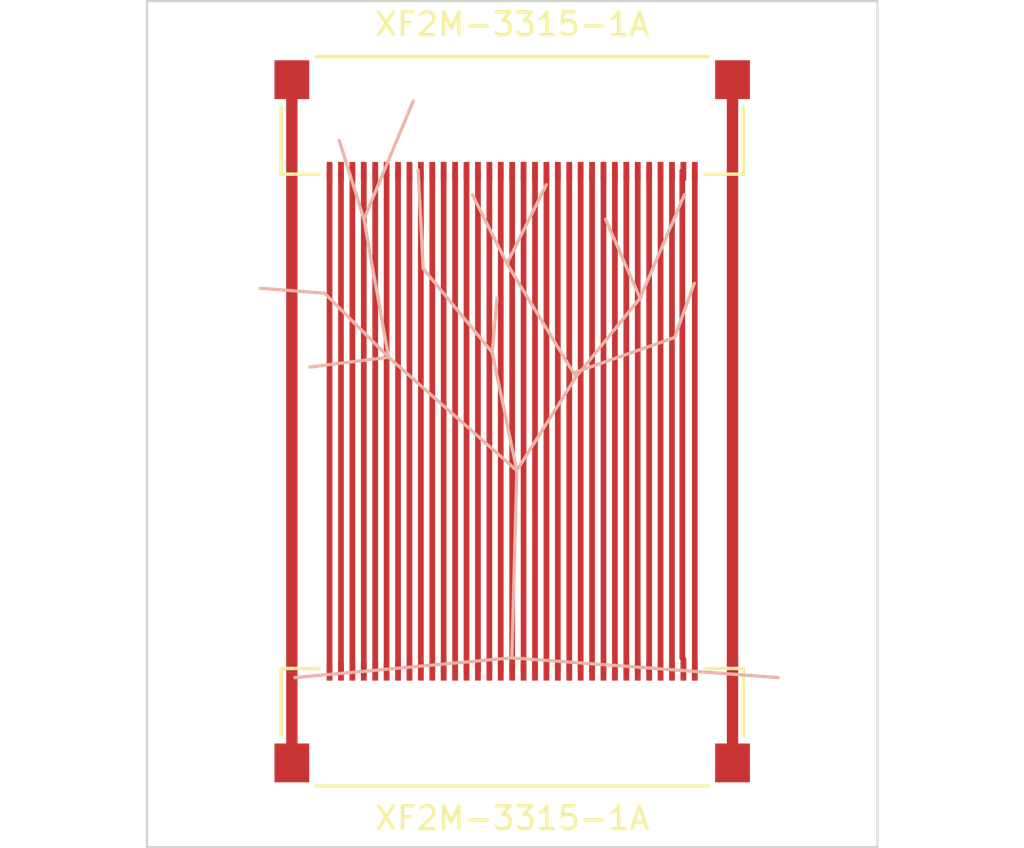
<source format=kicad_pcb>
(kicad_pcb (version 20221018) (generator pcbnew)
  (layers (0 "F.Cu" signal) (31 "B.Cu" signal) (34 "B.Paste" user) (35 "F.Paste" user) (36 "B.SilkS" user "B.Silkscreen") (37 "F.SilkS" user "F.Silkscreen") (38 "B.Mask" user) (39 "F.Mask" user) (44 "Edge.Cuts" user))
  (net 0 "")
  (net 1 "/pin1")
  (net 2 "/pin3")
  (net 3 "/pin5")
  (net 4 "/pin7")
  (net 5 "/pin8")
  (net 6 "/pin9")
  (net 7 "/pin10")
  (net 8 "/pin11")
  (net 9 "/pin12")
  (net 10 "/pin13")
  (net 11 "/pin14")
  (net 12 "/pin15")
  (net 13 "/pin16")
  (net 14 "/pin17")
  (net 15 "/pin18")
  (net 16 "/pin19")
  (net 17 "/pin20")
  (net 18 "/pin22")
  (net 19 "/pin24")
  (net 20 "/pin26")
  (net 21 "/pin28")
  (net 22 "/pin29")
  (net 23 "/pin30")
  (net 24 "/pin31")
  (net 25 "/pin32")
  (net 26 "/pin33")
  (net 27 "/pin34")
  (net 28 "/pin35")
  (footprint "epaper-breakout:CONN_ED097OC4" (layer "F.Cu") (at 93.472 71.374)
    (fp_text reference "J1" hide)
    (fp_text value "XF2M-3315-1A" (at 0 -8.89) (layer "F.SilkS"))
    (fp_line (start -10.1219 -5.28066) (end -10.1219 -2.3241) (stroke (width 0.1524)) (layer "F.SilkS"))
    (fp_line (start -10.1219 -2.3241) (end -8.459742 -2.3241) (stroke (width 0.1524)) (layer "F.SilkS"))
    (fp_line (start 8.459739 -2.3241) (end 10.1219 -2.3241) (stroke (width 0.1524)) (layer "F.SilkS"))
    (fp_line (start 8.601109 -7.4803) (end -8.601109 -7.4803) (stroke (width 0.1524)) (layer "F.SilkS"))
    (fp_line (start 10.1219 -2.3241) (end 10.1219 -5.28066) (stroke (width 0.1524)) (layer "F.SilkS"))
    (pad "1" smd rect (at 7.999999 -2.4511 90) (size 0.8128 0.254) (layers "F.Cu" "F.Paste" "F.Mask") (net 1 "/pin1"))
    (pad "2" smd rect (at 7.5 -2.4511 90) (size 0.8128 0.254) (layers "F.Cu" "F.Paste" "F.Mask"))
    (pad "3" smd rect (at 6.999999 -2.4511 90) (size 0.8128 0.254) (layers "F.Cu" "F.Paste" "F.Mask") (net 2 "/pin3"))
    (pad "4" smd rect (at 6.5 -2.4511 90) (size 0.8128 0.254) (layers "F.Cu" "F.Paste" "F.Mask"))
    (pad "5" smd rect (at 5.999998 -2.4511 90) (size 0.8128 0.254) (layers "F.Cu" "F.Paste" "F.Mask") (net 3 "/pin5"))
    (pad "6" smd rect (at 5.499999 -2.4511 90) (size 0.8128 0.254) (layers "F.Cu" "F.Paste" "F.Mask"))
    (pad "7" smd rect (at 5 -2.4511 90) (size 0.8128 0.254) (layers "F.Cu" "F.Paste" "F.Mask") (net 4 "/pin7"))
    (pad "8" smd rect (at 4.499999 -2.4511 90) (size 0.8128 0.254) (layers "F.Cu" "F.Paste" "F.Mask") (net 5 "/pin8"))
    (pad "9" smd rect (at 4 -2.4511 90) (size 0.8128 0.254) (layers "F.Cu" "F.Paste" "F.Mask") (net 6 "/pin9"))
    (pad "10" smd rect (at 3.499998 -2.4511 90) (size 0.8128 0.254) (layers "F.Cu" "F.Paste" "F.Mask") (net 7 "/pin10"))
    (pad "11" smd rect (at 2.999999 -2.4511 90) (size 0.8128 0.254) (layers "F.Cu" "F.Paste" "F.Mask") (net 8 "/pin11"))
    (pad "12" smd rect (at 2.5 -2.4511 90) (size 0.8128 0.254) (layers "F.Cu" "F.Paste" "F.Mask") (net 9 "/pin12"))
    (pad "13" smd rect (at 1.999999 -2.4511 90) (size 0.8128 0.254) (layers "F.Cu" "F.Paste" "F.Mask") (net 10 "/pin13"))
    (pad "14" smd rect (at 1.5 -2.4511 90) (size 0.8128 0.254) (layers "F.Cu" "F.Paste" "F.Mask") (net 11 "/pin14"))
    (pad "15" smd rect (at 0.999998 -2.4511 90) (size 0.8128 0.254) (layers "F.Cu" "F.Paste" "F.Mask") (net 12 "/pin15"))
    (pad "16" smd rect (at 0.499999 -2.4511 90) (size 0.8128 0.254) (layers "F.Cu" "F.Paste" "F.Mask") (net 13 "/pin16"))
    (pad "17" smd rect (at 0 -2.4511 90) (size 0.8128 0.254) (layers "F.Cu" "F.Paste" "F.Mask") (net 14 "/pin17"))
    (pad "18" smd rect (at -0.500002 -2.4511 90) (size 0.8128 0.254) (layers "F.Cu" "F.Paste" "F.Mask") (net 15 "/pin18"))
    (pad "19" smd rect (at -1.000001 -2.4511 90) (size 0.8128 0.254) (layers "F.Cu" "F.Paste" "F.Mask") (net 16 "/pin19"))
    (pad "20" smd rect (at -1.5 -2.4511 90) (size 0.8128 0.254) (layers "F.Cu" "F.Paste" "F.Mask") (net 17 "/pin20"))
    (pad "21" smd rect (at -2.000001 -2.4511 90) (size 0.8128 0.254) (layers "F.Cu" "F.Paste" "F.Mask"))
    (pad "22" smd rect (at -2.5 -2.4511 90) (size 0.8128 0.254) (layers "F.Cu" "F.Paste" "F.Mask") (net 18 "/pin22"))
    (pad "23" smd rect (at -3.000002 -2.4511 90) (size 0.8128 0.254) (layers "F.Cu" "F.Paste" "F.Mask"))
    (pad "24" smd rect (at -3.500001 -2.4511 90) (size 0.8128 0.254) (layers "F.Cu" "F.Paste" "F.Mask") (net 19 "/pin24"))
    (pad "25" smd rect (at -4 -2.4511 90) (size 0.8128 0.254) (layers "F.Cu" "F.Paste" "F.Mask"))
    (pad "26" smd rect (at -4.500001 -2.4511 90) (size 0.8128 0.254) (layers "F.Cu" "F.Paste" "F.Mask") (net 20 "/pin26"))
    (pad "27" smd rect (at -5 -2.4511 90) (size 0.8128 0.254) (layers "F.Cu" "F.Paste" "F.Mask"))
    (pad "28" smd rect (at -5.500002 -2.4511 90) (size 0.8128 0.254) (layers "F.Cu" "F.Paste" "F.Mask") (net 21 "/pin28"))
    (pad "29" smd rect (at -6.000001 -2.4511 90) (size 0.8128 0.254) (layers "F.Cu" "F.Paste" "F.Mask") (net 22 "/pin29"))
    (pad "30" smd rect (at -6.5 -2.4511 90) (size 0.8128 0.254) (layers "F.Cu" "F.Paste" "F.Mask") (net 23 "/pin30"))
    (pad "31" smd rect (at -7.000001 -2.4511 90) (size 0.8128 0.254) (layers "F.Cu" "F.Paste" "F.Mask") (net 24 "/pin31"))
    (pad "32" smd rect (at -7.5 -2.4511 90) (size 0.8128 0.254) (layers "F.Cu" "F.Paste" "F.Mask") (net 25 "/pin32"))
    (pad "33" smd rect (at -8.000002 -2.4511 90) (size 0.8128 0.254) (layers "F.Cu" "F.Paste" "F.Mask") (net 26 "/pin33"))
    (pad "34" smd rect (at -9.652 -6.4643) (size 1.524 1.7018) (layers "F.Cu" "F.Paste" "F.Mask") (net 27 "/pin34"))
    (pad "35" smd rect (at 9.652 -6.4643) (size 1.524 1.7018) (layers "F.Cu" "F.Paste" "F.Mask") (net 28 "/pin35"))
  )
  (footprint "epaper-breakout:CONN_ED097OC4" (layer "F.Cu") (at 93.472 88.392 180)
    (fp_text reference "J2" hide)
    (fp_text value "XF2M-3315-1A" (at 0 -8.89) (layer "F.SilkS"))
    (fp_line (start -10.1219 -5.28066) (end -10.1219 -2.3241) (stroke (width 0.1524)) (layer "F.SilkS"))
    (fp_line (start -10.1219 -2.3241) (end -8.459742 -2.3241) (stroke (width 0.1524)) (layer "F.SilkS"))
    (fp_line (start 8.459739 -2.3241) (end 10.1219 -2.3241) (stroke (width 0.1524)) (layer "F.SilkS"))
    (fp_line (start 8.601109 -7.4803) (end -8.601109 -7.4803) (stroke (width 0.1524)) (layer "F.SilkS"))
    (fp_line (start 10.1219 -2.3241) (end 10.1219 -5.28066) (stroke (width 0.1524)) (layer "F.SilkS"))
    (pad "1" smd rect (at 7.999999 -2.4511 270) (size 0.8128 0.254) (layers "F.Cu" "F.Paste" "F.Mask") (net 26 "/pin33"))
    (pad "2" smd rect (at 7.5 -2.4511 270) (size 0.8128 0.254) (layers "F.Cu" "F.Paste" "F.Mask") (net 25 "/pin32"))
    (pad "3" smd rect (at 6.999999 -2.4511 270) (size 0.8128 0.254) (layers "F.Cu" "F.Paste" "F.Mask") (net 24 "/pin31"))
    (pad "4" smd rect (at 6.5 -2.4511 270) (size 0.8128 0.254) (layers "F.Cu" "F.Paste" "F.Mask") (net 23 "/pin30"))
    (pad "5" smd rect (at 5.999998 -2.4511 270) (size 0.8128 0.254) (layers "F.Cu" "F.Paste" "F.Mask") (net 22 "/pin29"))
    (pad "6" smd rect (at 5.499999 -2.4511 270) (size 0.8128 0.254) (layers "F.Cu" "F.Paste" "F.Mask") (net 21 "/pin28"))
    (pad "7" smd rect (at 5 -2.4511 270) (size 0.8128 0.254) (layers "F.Cu" "F.Paste" "F.Mask"))
    (pad "8" smd rect (at 4.499999 -2.4511 270) (size 0.8128 0.254) (layers "F.Cu" "F.Paste" "F.Mask") (net 20 "/pin26"))
    (pad "9" smd rect (at 4 -2.4511 270) (size 0.8128 0.254) (layers "F.Cu" "F.Paste" "F.Mask"))
    (pad "10" smd rect (at 3.499998 -2.4511 270) (size 0.8128 0.254) (layers "F.Cu" "F.Paste" "F.Mask") (net 19 "/pin24"))
    (pad "11" smd rect (at 2.999999 -2.4511 270) (size 0.8128 0.254) (layers "F.Cu" "F.Paste" "F.Mask"))
    (pad "12" smd rect (at 2.5 -2.4511 270) (size 0.8128 0.254) (layers "F.Cu" "F.Paste" "F.Mask") (net 18 "/pin22"))
    (pad "13" smd rect (at 1.999999 -2.4511 270) (size 0.8128 0.254) (layers "F.Cu" "F.Paste" "F.Mask"))
    (pad "14" smd rect (at 1.5 -2.4511 270) (size 0.8128 0.254) (layers "F.Cu" "F.Paste" "F.Mask") (net 17 "/pin20"))
    (pad "15" smd rect (at 0.999998 -2.4511 270) (size 0.8128 0.254) (layers "F.Cu" "F.Paste" "F.Mask") (net 16 "/pin19"))
    (pad "16" smd rect (at 0.499999 -2.4511 270) (size 0.8128 0.254) (layers "F.Cu" "F.Paste" "F.Mask") (net 15 "/pin18"))
    (pad "17" smd rect (at 0 -2.4511 270) (size 0.8128 0.254) (layers "F.Cu" "F.Paste" "F.Mask") (net 14 "/pin17"))
    (pad "18" smd rect (at -0.500002 -2.4511 270) (size 0.8128 0.254) (layers "F.Cu" "F.Paste" "F.Mask") (net 13 "/pin16"))
    (pad "19" smd rect (at -1.000001 -2.4511 270) (size 0.8128 0.254) (layers "F.Cu" "F.Paste" "F.Mask") (net 12 "/pin15"))
    (pad "20" smd rect (at -1.5 -2.4511 270) (size 0.8128 0.254) (layers "F.Cu" "F.Paste" "F.Mask") (net 11 "/pin14"))
    (pad "21" smd rect (at -2.000001 -2.4511 270) (size 0.8128 0.254) (layers "F.Cu" "F.Paste" "F.Mask") (net 10 "/pin13"))
    (pad "22" smd rect (at -2.5 -2.4511 270) (size 0.8128 0.254) (layers "F.Cu" "F.Paste" "F.Mask") (net 9 "/pin12"))
    (pad "23" smd rect (at -3.000002 -2.4511 270) (size 0.8128 0.254) (layers "F.Cu" "F.Paste" "F.Mask") (net 8 "/pin11"))
    (pad "24" smd rect (at -3.500001 -2.4511 270) (size 0.8128 0.254) (layers "F.Cu" "F.Paste" "F.Mask") (net 7 "/pin10"))
    (pad "25" smd rect (at -4 -2.4511 270) (size 0.8128 0.254) (layers "F.Cu" "F.Paste" "F.Mask") (net 6 "/pin9"))
    (pad "26" smd rect (at -4.500001 -2.4511 270) (size 0.8128 0.254) (layers "F.Cu" "F.Paste" "F.Mask") (net 5 "/pin8"))
    (pad "27" smd rect (at -5 -2.4511 270) (size 0.8128 0.254) (layers "F.Cu" "F.Paste" "F.Mask") (net 4 "/pin7"))
    (pad "28" smd rect (at -5.500002 -2.4511 270) (size 0.8128 0.254) (layers "F.Cu" "F.Paste" "F.Mask"))
    (pad "29" smd rect (at -6.000001 -2.4511 270) (size 0.8128 0.254) (layers "F.Cu" "F.Paste" "F.Mask") (net 3 "/pin5"))
    (pad "30" smd rect (at -6.5 -2.4511 270) (size 0.8128 0.254) (layers "F.Cu" "F.Paste" "F.Mask"))
    (pad "31" smd rect (at -7.000001 -2.4511 270) (size 0.8128 0.254) (layers "F.Cu" "F.Paste" "F.Mask") (net 2 "/pin3"))
    (pad "32" smd rect (at -7.5 -2.4511 270) (size 0.8128 0.254) (layers "F.Cu" "F.Paste" "F.Mask"))
    (pad "33" smd rect (at -8.000002 -2.4511 270) (size 0.8128 0.254) (layers "F.Cu" "F.Paste" "F.Mask") (net 1 "/pin1"))
    (pad "34" smd rect (at -9.652 -6.4643 180) (size 1.524 1.7018) (layers "F.Cu" "F.Paste" "F.Mask") (net 28 "/pin35"))
    (pad "35" smd rect (at 9.652 -6.4643 180) (size 1.524 1.7018) (layers "F.Cu" "F.Paste" "F.Mask") (net 27 "/pin34"))
  )
  (footprint "MountingHole:MountingHole_2.2mm_M2" (layer "F.Cu") (at 106.426 80.01)
    (fp_text reference "REF**" hide)
    (fp_text value "MountingHole_2.2mm_M2")
    (pad "" np_thru_hole circle (at 0 0) (size 2.2 2.2) (drill 2.2) (layers "*.Cu" "*.Mask"))
  )
  (footprint "MountingHole:MountingHole_2.2mm_M2" (layer "F.Cu") (at 80.518 80.01)
    (fp_text reference "REF**" hide)
    (fp_text value "MountingHole_2.2mm_M2")
    (pad "" np_thru_hole circle (at 0 0) (size 2.2 2.2) (drill 2.2) (layers "*.Cu" "*.Mask"))
  )
  (gr_line (start 93.458003 90.251988) (end 83.954012 91.115987) (stroke (width 0.144)) (layer "B.SilkS"))
  (gr_line (start 92.594004 76.860001) (end 92.810004 74.484003) (stroke (width 0.144)) (layer "B.SilkS"))
  (gr_line (start 93.458003 90.251988) (end 93.674003 82.043996) (stroke (width 0.144)) (layer "B.SilkS"))
  (gr_line (start 88.058008 77.076001) (end 86.978009 71.028006) (stroke (width 0.144)) (layer "B.SilkS"))
  (gr_line (start 93.242003 72.972004) (end 94.970001 69.516007) (stroke (width 0.144)) (layer "B.SilkS"))
  (gr_line (start 93.674003 82.043996) (end 96.266 77.939999) (stroke (width 0.144)) (layer "B.SilkS"))
  (gr_line (start 99.073998 74.484003) (end 97.561999 71.028006) (stroke (width 0.144)) (layer "B.SilkS"))
  (gr_line (start 96.266 77.724) (end 100.585997 76.212001) (stroke (width 0.144)) (layer "B.SilkS"))
  (gr_line (start 86.978009 71.028006) (end 85.89801 67.572009) (stroke (width 0.144)) (layer "B.SilkS"))
  (gr_line (start 93.458003 90.251988) (end 105.121992 91.115987) (stroke (width 0.144)) (layer "B.SilkS"))
  (gr_line (start 85.25001 74.268003) (end 82.442013 74.052003) (stroke (width 0.144)) (layer "B.SilkS"))
  (gr_line (start 93.674003 82.043996) (end 88.058008 77.076001) (stroke (width 0.144)) (layer "B.SilkS"))
  (gr_line (start 96.266 77.939999) (end 93.242003 72.972004) (stroke (width 0.144)) (layer "B.SilkS"))
  (gr_line (start 88.058008 77.076001) (end 85.25001 74.268003) (stroke (width 0.144)) (layer "B.SilkS"))
  (gr_line (start 93.674003 82.043996) (end 92.594004 76.860001) (stroke (width 0.144)) (layer "B.SilkS"))
  (gr_line (start 99.073998 74.484003) (end 101.017996 69.948007) (stroke (width 0.144)) (layer "B.SilkS"))
  (gr_line (start 96.266 77.939999) (end 99.073998 74.484003) (stroke (width 0.144)) (layer "B.SilkS"))
  (gr_line (start 89.570007 73.188004) (end 89.354007 68.868008) (stroke (width 0.144)) (layer "B.SilkS"))
  (gr_line (start 86.978009 71.028006) (end 89.138007 65.844012) (stroke (width 0.144)) (layer "B.SilkS"))
  (gr_line (start 92.594004 76.860001) (end 89.570007 73.188004) (stroke (width 0.144)) (layer "B.SilkS"))
  (gr_line (start 100.585997 76.212001) (end 101.449995 73.836004) (stroke (width 0.144)) (layer "B.SilkS"))
  (gr_line (start 88.058008 77.076001) (end 84.602011 77.508) (stroke (width 0.144)) (layer "B.SilkS"))
  (gr_line (start 93.242003 72.972004) (end 91.730004 69.948007) (stroke (width 0.144)) (layer "B.SilkS"))
  (gr_line (start 77.47 61.468) (end 109.474 61.468) (stroke (width 0.1)) (layer "Edge.Cuts"))
  (gr_line (start 109.474 98.552) (end 77.47 98.552) (stroke (width 0.1)) (layer "Edge.Cuts"))
  (gr_line (start 77.47 98.552) (end 77.47 61.468) (stroke (width 0.1)) (layer "Edge.Cuts"))
  (gr_line (start 109.474 61.468) (end 109.474 98.552) (stroke (width 0.1)) (layer "Edge.Cuts"))
  (segment (start 98.971999 68.9229) (end 98.971999 90.843097) (width 0.25) (layer "F.Cu") (net 0))
  (segment (start 88.472 69.008) (end 88.472 90.8431) (width 0.25) (layer "F.Cu") (net 0))
  (segment (start 91.471999 68.9229) (end 91.471999 90.843098) (width 0.25) (layer "F.Cu") (net 0))
  (segment (start 91.471999 90.843098) (end 91.472001 90.8431) (width 0.25) (layer "F.Cu") (net 0))
  (segment (start 100.9269 68.9229) (end 100.924 68.9258) (width 0.25) (layer "F.Cu") (net 0))
  (segment (start 100.924 90.256) (end 100.972 90.304) (width 0.25) (layer "F.Cu") (net 0))
  (segment (start 89.472 68.9229) (end 89.472 69.152) (width 0.25) (layer "F.Cu") (net 0))
  (segment (start 98.971999 90.843097) (end 98.972002 90.8431) (width 0.25) (layer "F.Cu") (net 0))
  (segment (start 100.924 68.9258) (end 100.924 90.256) (width 0.25) (layer "F.Cu") (net 0))
  (segment (start 89.472 69.152) (end 89.472 90.8431) (width 0.25) (layer "F.Cu") (net 0))
  (segment (start 100.972 90.304) (end 100.972 90.8431) (width 0.25) (layer "F.Cu") (net 0))
  (segment (start 99.972 68.9229) (end 99.972 90.8431) (width 0.25) (layer "F.Cu") (net 0))
  (segment (start 88.472 68.9229) (end 88.472 69.008) (width 0.25) (layer "F.Cu") (net 0))
  (segment (start 100.972 68.9229) (end 100.9269 68.9229) (width 0.25) (layer "F.Cu") (net 0))
  (segment (start 90.471998 90.843097) (end 90.472001 90.8431) (width 0.25) (layer "F.Cu") (net 0))
  (segment (start 90.471998 68.9229) (end 90.471998 90.843097) (width 0.25) (layer "F.Cu") (net 0))
  (segment (start 101.471999 68.9229) (end 101.471999 90.843097) (width 0.25) (layer "F.Cu") (net 1))
  (segment (start 101.471999 90.843097) (end 101.472002 90.8431) (width 0.25) (layer "F.Cu") (net 1))
  (segment (start 100.471999 90.843098) (end 100.472001 90.8431) (width 0.25) (layer "F.Cu") (net 2))
  (segment (start 100.471999 68.9229) (end 100.471999 90.843098) (width 0.25) (layer "F.Cu") (net 2))
  (segment (start 99.471998 90.843097) (end 99.472001 90.8431) (width 0.25) (layer "F.Cu") (net 3))
  (segment (start 99.471998 68.9229) (end 99.471998 90.843097) (width 0.25) (layer "F.Cu") (net 3))
  (segment (start 98.472 68.9229) (end 98.472 69.008) (width 0.25) (layer "F.Cu") (net 4))
  (segment (start 98.472 69.008) (end 98.472 90.8431) (width 0.25) (layer "F.Cu") (net 4))
  (segment (start 97.971999 90.843098) (end 97.972001 90.8431) (width 0.25) (layer "F.Cu") (net 5))
  (segment (start 97.971999 68.9229) (end 97.971999 90.843098) (width 0.25) (layer "F.Cu") (net 5))
  (segment (start 97.472 68.9229) (end 97.472 90.8431) (width 0.25) (layer "F.Cu") (net 6))
  (segment (start 96.971998 68.9229) (end 96.971998 90.843097) (width 0.25) (layer "F.Cu") (net 7))
  (segment (start 96.971998 90.843097) (end 96.972001 90.8431) (width 0.25) (layer "F.Cu") (net 7))
  (segment (start 96.471999 90.843097) (end 96.472002 90.8431) (width 0.25) (layer "F.Cu") (net 8))
  (segment (start 96.471999 68.9229) (end 96.471999 90.843097) (width 0.25) (layer "F.Cu") (net 8))
  (segment (start 95.972 68.9229) (end 95.972 90.8431) (width 0.25) (layer "F.Cu") (net 9))
  (segment (start 95.471999 90.843098) (end 95.472001 90.8431) (width 0.25) (layer "F.Cu") (net 10))
  (segment (start 95.471999 68.9229) (end 95.471999 90.843098) (width 0.25) (layer "F.Cu") (net 10))
  (segment (start 94.972 68.9229) (end 94.972 90.8431) (width 0.25) (layer "F.Cu") (net 11))
  (segment (start 94.471998 90.843097) (end 94.472001 90.8431) (width 0.25) (layer "F.Cu") (net 12))
  (segment (start 94.471998 68.9229) (end 94.471998 90.843097) (width 0.25) (layer "F.Cu") (net 12))
  (segment (start 93.971999 90.843097) (end 93.972002 90.8431) (width 0.25) (layer "F.Cu") (net 13))
  (segment (start 93.971999 68.9229) (end 93.971999 90.843097) (width 0.25) (layer "F.Cu") (net 13))
  (segment (start 93.472 68.9229) (end 93.472 90.8431) (width 0.25) (layer "F.Cu") (net 14))
  (segment (start 92.971998 68.9229) (end 92.971998 90.843097) (width 0.25) (layer "F.Cu") (net 15))
  (segment (start 92.971998 90.843097) (end 92.972001 90.8431) (width 0.25) (layer "F.Cu") (net 15))
  (segment (start 92.471999 68.9229) (end 92.471999 90.843097) (width 0.25) (layer "F.Cu") (net 16))
  (segment (start 92.471999 90.843097) (end 92.472002 90.8431) (width 0.25) (layer "F.Cu") (net 16))
  (segment (start 91.972 69.5793) (end 91.972 90.8431) (width 0.25) (layer "F.Cu") (net 17))
  (segment (start 91.972 68.9229) (end 91.972 69.5793) (width 0.25) (layer "F.Cu") (net 17))
  (segment (start 90.972 68.9229) (end 90.972 90.8431) (width 0.25) (layer "F.Cu") (net 18))
  (segment (start 89.971999 68.9229) (end 89.971999 90.843097) (width 0.25) (layer "F.Cu") (net 19))
  (segment (start 89.971999 90.843097) (end 89.972002 90.8431) (width 0.25) (layer "F.Cu") (net 19))
  (segment (start 88.971999 90.843098) (end 88.972001 90.8431) (width 0.25) (layer "F.Cu") (net 20))
  (segment (start 88.971999 68.9229) (end 88.971999 90.843098) (width 0.25) (layer "F.Cu") (net 20))
  (segment (start 87.971998 90.843097) (end 87.972001 90.8431) (width 0.25) (layer "F.Cu") (net 21))
  (segment (start 87.971998 68.9229) (end 87.971998 90.843097) (width 0.25) (layer "F.Cu") (net 21))
  (segment (start 87.471999 68.9229) (end 87.471999 90.843097) (width 0.25) (layer "F.Cu") (net 22))
  (segment (start 87.471999 90.843097) (end 87.472002 90.8431) (width 0.25) (layer "F.Cu") (net 22))
  (segment (start 86.972 68.9229) (end 86.972 69.238) (width 0.25) (layer "F.Cu") (net 23))
  (segment (start 86.972 69.238) (end 86.972 90.8431) (width 0.25) (layer "F.Cu") (net 23))
  (segment (start 86.471999 68.9229) (end 86.471999 90.843098) (width 0.25) (layer "F.Cu") (net 24))
  (segment (start 86.471999 90.843098) (end 86.472001 90.8431) (width 0.25) (layer "F.Cu") (net 24))
  (segment (start 85.972 68.9229) (end 85.972 90.8431) (width 0.25) (layer "F.Cu") (net 25))
  (segment (start 85.471998 90.843097) (end 85.472001 90.8431) (width 0.25) (layer "F.Cu") (net 26))
  (segment (start 85.471998 68.9229) (end 85.471998 90.843097) (width 0.25) (layer "F.Cu") (net 26))
  (segment (start 83.82 64.9097) (end 83.82 94.8563) (width 0.5) (layer "F.Cu") (net 27))
  (segment (start 103.124 64.9097) (end 103.124 94.8563) (width 0.5) (layer "F.Cu") (net 28))
)
</source>
